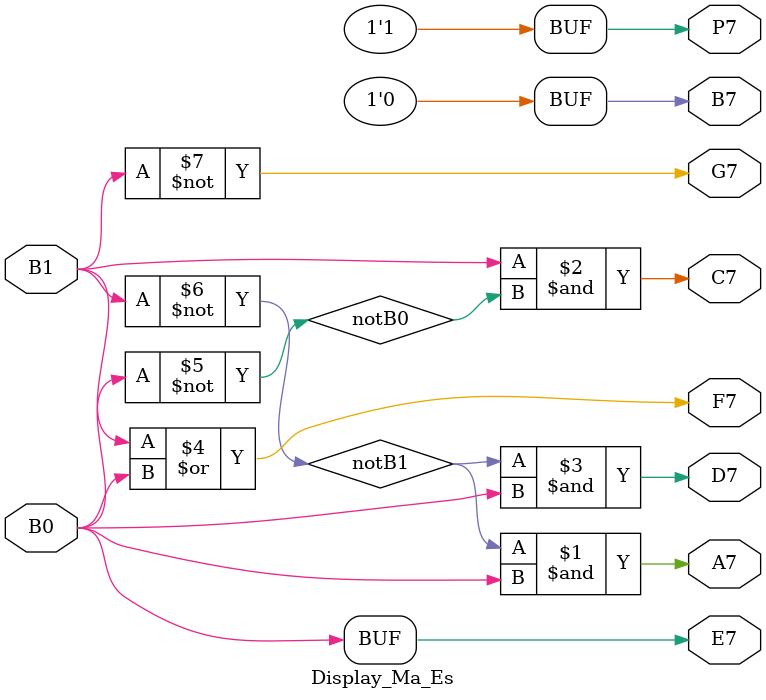
<source format=v>
module Display_Ma_Es (B0, B1, A7, B7, C7, D7, E7, F7, G7, P7);

input B0, B1;
output A7, B7, C7, D7, E7, F7, G7, P7;

// Negações
not(notB0, B0);
not(notB1, B1);

// Expressão F: A = !B1 B0	
and(A7, notB1, B0);

// Expressão F: B = 0	
not(B7, 1);

// Expressão F: C = B1 !B0	
and(C7, B1, notB0);

// Expressão F: D = !B1 B0	
and(D7, notB1, B0);

// Expressão F: E = B0	
and(E7, B0); // Depois ver se esse ta certo

// Expressão F: F = B1 + B0	
or(F7, B1, B0);

// Expressão F: G = !B1	
not(G7, B1); // Depois ver se esse ta certo

// Expressão F: P = 1 	
not(P7, 0);

endmodule
</source>
